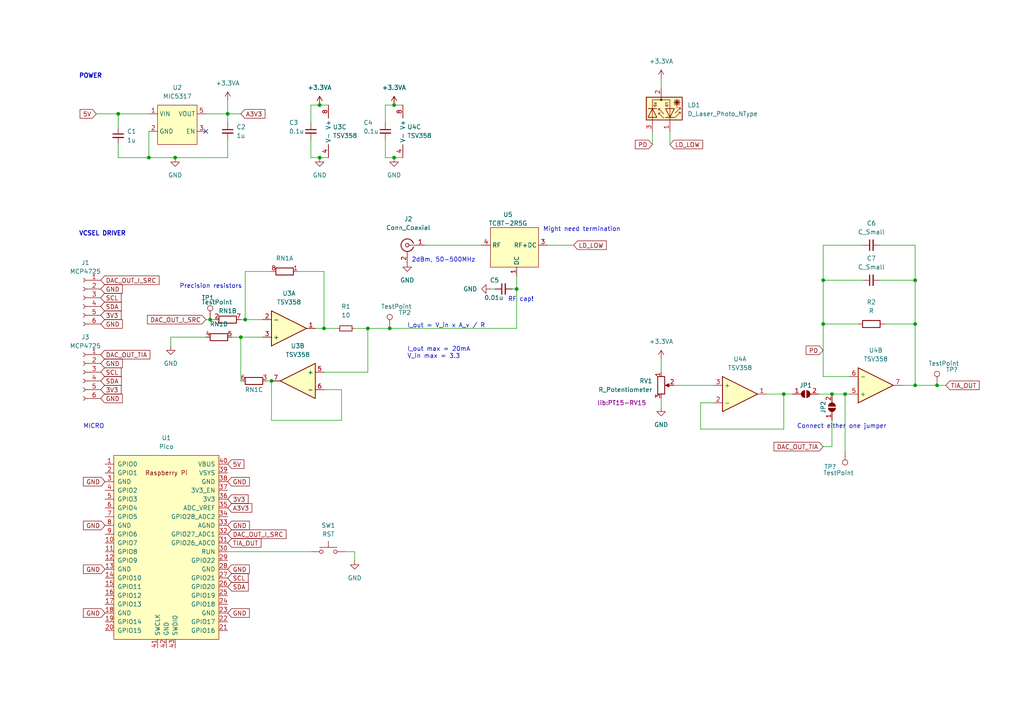
<source format=kicad_sch>
(kicad_sch (version 20211123) (generator eeschema)
  (paper "A4")
  (lib_symbols
    (symbol "Connector:Conn_01x06_Female" (pin_names (offset 1.016) hide)
      (property "Reference" "J" (at 0 7.62 0))
      (property "Value" "Conn_01x06_Female" (at 0 -10.16 0))
      (symbol "Conn_01x06_Female_1_1"
        (arc (start 0 -7.112) (mid -0.508 -7.62) (end 0 -8.128) (stroke (width 0.1524)))
        (arc (start 0 -4.572) (mid -0.508 -5.08) (end 0 -5.588) (stroke (width 0.1524)))
        (arc (start 0 -2.032) (mid -0.508 -2.54) (end 0 -3.048) (stroke (width 0.1524)))
        (polyline (pts (xy -1.27 -7.62) (xy -0.508 -7.62)) (stroke (width 0.1524)))
        (polyline (pts (xy -1.27 -5.08) (xy -0.508 -5.08)) (stroke (width 0.1524)))
        (polyline (pts (xy -1.27 -2.54) (xy -0.508 -2.54)) (stroke (width 0.1524)))
        (polyline (pts (xy -1.27 0) (xy -0.508 0)) (stroke (width 0.1524)))
        (polyline (pts (xy -1.27 2.54) (xy -0.508 2.54)) (stroke (width 0.1524)))
        (polyline (pts (xy -1.27 5.08) (xy -0.508 5.08)) (stroke (width 0.1524)))
        (arc (start 0 0.508) (mid -0.508 0) (end 0 -0.508) (stroke (width 0.1524)))
        (arc (start 0 3.048) (mid -0.508 2.54) (end 0 2.032) (stroke (width 0.1524)))
        (arc (start 0 5.588) (mid -0.508 5.08) (end 0 4.572) (stroke (width 0.1524)))
        (pin passive line (at -5.08 5.08 0) (length 3.81) (name "Pin_1") (number "1"))
        (pin passive line (at -5.08 2.54 0) (length 3.81) (name "Pin_2") (number "2"))
        (pin passive line (at -5.08 0 0) (length 3.81) (name "Pin_3") (number "3"))
        (pin passive line (at -5.08 -2.54 0) (length 3.81) (name "Pin_4") (number "4"))
        (pin passive line (at -5.08 -5.08 0) (length 3.81) (name "Pin_5") (number "5"))
        (pin passive line (at -5.08 -7.62 0) (length 3.81) (name "Pin_6") (number "6"))
      )
    )
    (symbol "Connector:Conn_Coaxial" (pin_names (offset 1.016) hide)
      (property "Reference" "J" (at 0.254 3.048 0))
      (property "Value" "Conn_Coaxial" (at 2.921 0 90))
      (symbol "Conn_Coaxial_0_1"
        (arc (start -1.778 -0.508) (mid 0.222 -1.808) (end 1.778 0) (stroke (width 0.254)))
        (polyline (pts (xy -2.54 0) (xy -0.508 0)))
        (polyline (pts (xy 0 -2.54) (xy 0 -1.778)))
        (circle (center 0 0) (radius 0.508) (stroke (width 0.2032)))
        (arc (start 1.778 0) (mid 0.222 1.8083) (end -1.778 0.508) (stroke (width 0.254)))
      )
      (symbol "Conn_Coaxial_1_1"
        (pin passive line (at -5.08 0 0) (length 2.54) (name "In") (number "1"))
        (pin passive line (at 0 -5.08 90) (length 2.54) (name "Ext") (number "2"))
      )
    )
    (symbol "Connector:TestPoint" (pin_numbers hide) (pin_names (offset 0.762) hide)
      (property "Reference" "TP" (at 0 6.858 0))
      (property "Value" "TestPoint" (at 0 5.08 0))
      (symbol "TestPoint_0_1"
        (circle (center 0 3.302) (radius 0.762))
      )
      (symbol "TestPoint_1_1"
        (pin passive line (at 0 0 90) (length 2.54) (name "1") (number "1"))
      )
    )
    (symbol "Device:C_Small" (pin_numbers hide) (pin_names (offset 0.254) hide)
      (property "Reference" "C" (at 0.254 1.778 0))
      (property "Value" "C_Small" (at 0.254 -2.032 0))
      (symbol "C_Small_0_1"
        (polyline (pts (xy -1.524 -0.508) (xy 1.524 -0.508)) (stroke (width 0.3302)))
        (polyline (pts (xy -1.524 0.508) (xy 1.524 0.508)) (stroke (width 0.3048)))
      )
      (symbol "C_Small_1_1"
        (pin passive line (at 0 2.54 270) (length 2.032) (name "~") (number "1"))
        (pin passive line (at 0 -2.54 90) (length 2.032) (name "~") (number "2"))
      )
    )
    (symbol "Device:D_Laser_Photo_NType" (pin_names hide)
      (property "Reference" "LD" (at 1.016 7.112 0))
      (property "Value" "D_Laser_Photo_NType" (at 1.016 -5.588 0))
      (symbol "D_Laser_Photo_NType_0_1"
        (circle (center -1.524 0) (radius 0.254) (fill (type outline)))
        (arc (start -0.508 -1.778) (mid -0.3298 -1.5875) (end -0.508 -1.397))
        (arc (start 0 -2.159) (mid 0.381 -1.778) (end 0 -1.397))
        (polyline (pts (xy -2.54 0) (xy -1.524 0)))
        (polyline (pts (xy -1.524 3.81) (xy 0 5.334)))
        (polyline (pts (xy -1.524 4.318) (xy 0 4.826)))
        (polyline (pts (xy -1.524 4.826) (xy 0 4.318)))
        (polyline (pts (xy -1.524 5.334) (xy 0 3.81)))
        (polyline (pts (xy -1.016 5.334) (xy -0.508 3.81)))
        (polyline (pts (xy -0.762 4.572) (xy -0.762 3.556)))
        (polyline (pts (xy -0.762 4.572) (xy -0.762 5.588)))
        (polyline (pts (xy -0.635 -1.397) (xy -0.635 -2.159)))
        (polyline (pts (xy -0.508 5.334) (xy -1.016 3.81)))
        (polyline (pts (xy 0 -1.397) (xy 0 -2.159)))
        (polyline (pts (xy 0 2.032) (xy 0 1.27)))
        (polyline (pts (xy 0.762 4.572) (xy -1.778 4.572)))
        (polyline (pts (xy 0.762 5.588) (xy 1.27 5.588)))
        (polyline (pts (xy 1.016 -1.27) (xy 1.016 -3.81)) (stroke (width 0.2032)))
        (polyline (pts (xy 1.016 -0.762) (xy 1.524 -0.762)))
        (polyline (pts (xy 3.556 3.81) (xy 3.556 1.27)) (stroke (width 0.2032)))
        (polyline (pts (xy -0.635 2.032) (xy -0.635 1.27) (xy -0.254 1.27)))
        (polyline (pts (xy 2.286 4.064) (xy 0.762 5.588) (xy 0.762 5.08)))
        (polyline (pts (xy 2.54 0.762) (xy 1.016 -0.762) (xy 1.016 -0.254)))
        (polyline (pts (xy 3.556 -1.27) (xy 3.556 -3.81) (xy 1.016 -2.54) (xy 3.556 -1.27)) (stroke (width 0.2032)))
        (polyline (pts (xy 5.08 2.54) (xy -1.524 2.54) (xy -1.524 -2.54) (xy 5.08 -2.54)))
        (polyline (pts (xy 3.556 4.064) (xy 2.032 5.588) (xy 2.032 5.08) (xy 2.032 5.588) (xy 2.54 5.588)))
        (polyline (pts (xy 3.81 0.762) (xy 2.286 -0.762) (xy 2.286 -0.254) (xy 2.286 -0.762) (xy 2.794 -0.762)))
        (arc (start 0 1.27) (mid 0.381 1.651) (end 0 2.032))
        (rectangle (start 4.318 6.096) (end -2.286 -4.318) (stroke (width 0.254)) (fill (type background)))
      )
      (symbol "D_Laser_Photo_NType_1_1"
        (polyline (pts (xy 1.016 3.81) (xy 1.016 1.27) (xy 3.556 2.54) (xy 1.016 3.81)) (stroke (width 0.2032)))
        (pin passive line (at 7.62 2.54 180) (length 2.54) (name "~") (number "1"))
        (pin passive line (at -5.08 0 0) (length 2.54) (name "~") (number "2"))
        (pin passive line (at 7.62 -2.54 180) (length 2.54) (name "~") (number "3"))
      )
    )
    (symbol "Device:R" (pin_numbers hide) (pin_names (offset 0))
      (property "Reference" "R" (at 2.032 0 90))
      (property "Value" "R" (at 0 0 90))
      (symbol "R_0_1"
        (rectangle (start -1.016 -2.54) (end 1.016 2.54) (stroke (width 0.254)))
      )
      (symbol "R_1_1"
        (pin passive line (at 0 3.81 270) (length 1.27) (name "~") (number "1"))
        (pin passive line (at 0 -3.81 90) (length 1.27) (name "~") (number "2"))
      )
    )
    (symbol "Device:R_Potentiometer" (pin_names (offset 1.016) hide)
      (property "Reference" "RV" (at -4.445 0 90))
      (property "Value" "R_Potentiometer" (at -2.54 0 90))
      (symbol "R_Potentiometer_0_1"
        (polyline (pts (xy 2.54 0) (xy 1.524 0)))
        (polyline (pts (xy 1.143 0) (xy 2.286 0.508) (xy 2.286 -0.508) (xy 1.143 0)) (fill (type outline)))
        (rectangle (start 1.016 2.54) (end -1.016 -2.54) (stroke (width 0.254)))
      )
      (symbol "R_Potentiometer_1_1"
        (pin passive line (at 0 3.81 270) (length 1.27) (name "1") (number "1"))
        (pin passive line (at 3.81 0 180) (length 1.27) (name "2") (number "2"))
        (pin passive line (at 0 -3.81 90) (length 1.27) (name "3") (number "3"))
      )
    )
    (symbol "Device:R_Small" (pin_numbers hide) (pin_names (offset 0.254) hide)
      (property "Reference" "R" (at 0.762 0.508 0))
      (property "Value" "R_Small" (at 0.762 -1.016 0))
      (symbol "R_Small_0_1"
        (rectangle (start -0.762 1.778) (end 0.762 -1.778) (stroke (width 0.2032)))
      )
      (symbol "R_Small_1_1"
        (pin passive line (at 0 2.54 270) (length 0.762) (name "~") (number "1"))
        (pin passive line (at 0 -2.54 90) (length 0.762) (name "~") (number "2"))
      )
    )
    (symbol "Jumper:SolderJumper_2_Open" (pin_names (offset 0) hide)
      (property "Reference" "JP" (at 0 2.032 0))
      (property "Value" "SolderJumper_2_Open" (at 0 -2.54 0))
      (symbol "SolderJumper_2_Open_0_1"
        (arc (start -0.254 1.016) (mid -1.27 0) (end -0.254 -1.016))
        (arc (start -0.254 1.016) (mid -1.27 0) (end -0.254 -1.016) (fill (type outline)))
        (polyline (pts (xy -0.254 1.016) (xy -0.254 -1.016)))
        (polyline (pts (xy 0.254 1.016) (xy 0.254 -1.016)))
        (arc (start 0.254 -1.016) (mid 1.27 0) (end 0.254 1.016))
        (arc (start 0.254 -1.016) (mid 1.27 0) (end 0.254 1.016) (fill (type outline)))
      )
      (symbol "SolderJumper_2_Open_1_1"
        (pin passive line (at -3.81 0 0) (length 2.54) (name "A") (number "1"))
        (pin passive line (at 3.81 0 180) (length 2.54) (name "B") (number "2"))
      )
    )
    (symbol "Switch:SW_Push" (pin_numbers hide) (pin_names (offset 1.016) hide)
      (property "Reference" "SW" (at 1.27 2.54 0))
      (property "Value" "SW_Push" (at 0 -1.524 0))
      (symbol "SW_Push_0_1"
        (circle (center -2.032 0) (radius 0.508))
        (polyline (pts (xy 0 1.27) (xy 0 3.048)))
        (polyline (pts (xy 2.54 1.27) (xy -2.54 1.27)))
        (circle (center 2.032 0) (radius 0.508))
        (pin passive line (at -5.08 0 0) (length 2.54) (name "1") (number "1"))
        (pin passive line (at 5.08 0 180) (length 2.54) (name "2") (number "2"))
      )
    )
    (symbol "fd-fnir:MIC5317"
      (property "Reference" "U" (at -3.81 8.89 0))
      (property "Value" "MIC5317" (at 0 6.35 0))
      (symbol "MIC5317_0_1"
        (rectangle (start 6.35 -8.89) (end -5.08 2.54) (fill (type background)))
      )
      (symbol "MIC5317_1_1"
        (pin passive line (at -7.62 0 0) (length 2.54) (name "VIN") (number "1"))
        (pin passive line (at -7.62 -5.08 0) (length 2.54) (name "GND") (number "2"))
        (pin passive line (at 8.89 -5.08 180) (length 2.54) (name "EN") (number "3"))
        (pin no_connect line (at -2.54 -12.7 180) (length 2.54) hide (name "NC") (number "4"))
        (pin passive line (at 8.89 0 180) (length 2.54) (name "VOUT") (number "5"))
      )
    )
    (symbol "fd-fnir:Pico" (pin_names (offset 1.016))
      (property "Reference" "U" (at -13.97 27.94 0))
      (property "Value" "Pico" (at 0 19.05 0))
      (symbol "Pico_0_0"
        (text "Raspberry Pi" (at 0 21.59 0) (effects (font (size 1.27 1.27))))
      )
      (symbol "Pico_0_1"
        (rectangle (start -15.24 26.67) (end 15.24 -26.67) (fill (type background)))
      )
      (symbol "Pico_1_1"
        (pin bidirectional line (at -17.78 24.13 0) (length 2.54) (name "GPIO0") (number "1"))
        (pin bidirectional line (at -17.78 1.27 0) (length 2.54) (name "GPIO7") (number "10"))
        (pin bidirectional line (at -17.78 -1.27 0) (length 2.54) (name "GPIO8") (number "11"))
        (pin bidirectional line (at -17.78 -3.81 0) (length 2.54) (name "GPIO9") (number "12"))
        (pin power_in line (at -17.78 -6.35 0) (length 2.54) (name "GND") (number "13"))
        (pin bidirectional line (at -17.78 -8.89 0) (length 2.54) (name "GPIO10") (number "14"))
        (pin bidirectional line (at -17.78 -11.43 0) (length 2.54) (name "GPIO11") (number "15"))
        (pin bidirectional line (at -17.78 -13.97 0) (length 2.54) (name "GPIO12") (number "16"))
        (pin bidirectional line (at -17.78 -16.51 0) (length 2.54) (name "GPIO13") (number "17"))
        (pin power_in line (at -17.78 -19.05 0) (length 2.54) (name "GND") (number "18"))
        (pin bidirectional line (at -17.78 -21.59 0) (length 2.54) (name "GPIO14") (number "19"))
        (pin bidirectional line (at -17.78 21.59 0) (length 2.54) (name "GPIO1") (number "2"))
        (pin bidirectional line (at -17.78 -24.13 0) (length 2.54) (name "GPIO15") (number "20"))
        (pin bidirectional line (at 17.78 -24.13 180) (length 2.54) (name "GPIO16") (number "21"))
        (pin bidirectional line (at 17.78 -21.59 180) (length 2.54) (name "GPIO17") (number "22"))
        (pin power_in line (at 17.78 -19.05 180) (length 2.54) (name "GND") (number "23"))
        (pin bidirectional line (at 17.78 -16.51 180) (length 2.54) (name "GPIO18") (number "24"))
        (pin bidirectional line (at 17.78 -13.97 180) (length 2.54) (name "GPIO19") (number "25"))
        (pin bidirectional line (at 17.78 -11.43 180) (length 2.54) (name "GPIO20") (number "26"))
        (pin bidirectional line (at 17.78 -8.89 180) (length 2.54) (name "GPIO21") (number "27"))
        (pin power_in line (at 17.78 -6.35 180) (length 2.54) (name "GND") (number "28"))
        (pin bidirectional line (at 17.78 -3.81 180) (length 2.54) (name "GPIO22") (number "29"))
        (pin power_in line (at -17.78 19.05 0) (length 2.54) (name "GND") (number "3"))
        (pin input line (at 17.78 -1.27 180) (length 2.54) (name "RUN") (number "30"))
        (pin bidirectional line (at 17.78 1.27 180) (length 2.54) (name "GPIO26_ADC0") (number "31"))
        (pin bidirectional line (at 17.78 3.81 180) (length 2.54) (name "GPIO27_ADC1") (number "32"))
        (pin power_in line (at 17.78 6.35 180) (length 2.54) (name "AGND") (number "33"))
        (pin bidirectional line (at 17.78 8.89 180) (length 2.54) (name "GPIO28_ADC2") (number "34"))
        (pin unspecified line (at 17.78 11.43 180) (length 2.54) (name "ADC_VREF") (number "35"))
        (pin unspecified line (at 17.78 13.97 180) (length 2.54) (name "3V3") (number "36"))
        (pin input line (at 17.78 16.51 180) (length 2.54) (name "3V3_EN") (number "37"))
        (pin bidirectional line (at 17.78 19.05 180) (length 2.54) (name "GND") (number "38"))
        (pin unspecified line (at 17.78 21.59 180) (length 2.54) (name "VSYS") (number "39"))
        (pin bidirectional line (at -17.78 16.51 0) (length 2.54) (name "GPIO2") (number "4"))
        (pin unspecified line (at 17.78 24.13 180) (length 2.54) (name "VBUS") (number "40"))
        (pin input line (at -2.54 -29.21 90) (length 2.54) (name "SWCLK") (number "41"))
        (pin power_in line (at 0 -29.21 90) (length 2.54) (name "GND") (number "42"))
        (pin bidirectional line (at 2.54 -29.21 90) (length 2.54) (name "SWDIO") (number "43"))
        (pin bidirectional line (at -17.78 13.97 0) (length 2.54) (name "GPIO3") (number "5"))
        (pin bidirectional line (at -17.78 11.43 0) (length 2.54) (name "GPIO4") (number "6"))
        (pin bidirectional line (at -17.78 8.89 0) (length 2.54) (name "GPIO5") (number "7"))
        (pin power_in line (at -17.78 6.35 0) (length 2.54) (name "GND") (number "8"))
        (pin bidirectional line (at -17.78 3.81 0) (length 2.54) (name "GPIO6") (number "9"))
      )
    )
    (symbol "fd-fnir:R_Pack04_SIP_Split" (pin_names (offset 0) hide)
      (property "Reference" "RN" (at 2.032 0 90))
      (property "Value" "R_Pack04_SIP_Split" (at 0 0 90))
      (symbol "R_Pack04_SIP_Split_0_1"
        (rectangle (start 1.016 2.54) (end -1.016 -2.54) (stroke (width 0.254)))
      )
      (symbol "R_Pack04_SIP_Split_1_1"
        (pin passive line (at 0 -3.81 90) (length 1.27) (name "R1.1") (number "1"))
        (pin passive line (at 0 3.81 270) (length 1.27) (name "R1.2") (number "8"))
      )
      (symbol "R_Pack04_SIP_Split_2_1"
        (pin passive line (at 0 -3.81 90) (length 1.27) (name "R2.1") (number "2"))
        (pin passive line (at 0 3.81 270) (length 1.27) (name "R2.2") (number "7"))
      )
      (symbol "R_Pack04_SIP_Split_3_1"
        (pin passive line (at 0 -3.81 90) (length 1.27) (name "R3.1") (number "3"))
        (pin passive line (at 0 3.81 270) (length 1.27) (name "R3.2") (number "6"))
      )
      (symbol "R_Pack04_SIP_Split_4_1"
        (pin passive line (at 0 -3.81 90) (length 1.27) (name "R4.1") (number "4"))
        (pin passive line (at 0 3.81 270) (length 1.27) (name "R4.2") (number "5"))
      )
    )
    (symbol "fd-fnir:TCBT-2R5G"
      (property "Reference" "U" (at -7.62 7.62 0))
      (property "Value" "TCBT-2R5G" (at -2.54 10.16 0))
      (symbol "TCBT-2R5G_0_1"
        (rectangle (start -7.62 6.35) (end 6.35 -5.08) (fill (type background)))
      )
      (symbol "TCBT-2R5G_1_1"
        (pin input line (at 0 -7.62 90) (length 2.54) (name "DC") (number "1"))
        (pin no_connect line (at 0 11.43 0) (length 2.54) hide (name "NC") (number "2"))
        (pin output line (at 8.89 1.27 180) (length 2.54) (name "RF+DC") (number "3"))
        (pin input line (at -10.16 1.27 0) (length 2.54) (name "RF") (number "4"))
      )
    )
    (symbol "fd-fnir:TSV358"
      (property "Reference" "U" (at 0 5.08 0))
      (property "Value" "TSV358" (at 0 -5.08 0))
      (symbol "TSV358_1_1"
        (polyline (pts (xy -5.08 5.08) (xy 5.08 0) (xy -5.08 -5.08) (xy -5.08 5.08)) (stroke (width 0.254)) (fill (type background)))
        (pin output line (at 7.62 0 180) (length 2.54) (name "~") (number "1"))
        (pin input line (at -7.62 -2.54 0) (length 2.54) (name "-") (number "2"))
        (pin input line (at -7.62 2.54 0) (length 2.54) (name "+") (number "3"))
      )
      (symbol "TSV358_2_1"
        (polyline (pts (xy -5.08 5.08) (xy 5.08 0) (xy -5.08 -5.08) (xy -5.08 5.08)) (stroke (width 0.254)) (fill (type background)))
        (pin input line (at -7.62 2.54 0) (length 2.54) (name "+") (number "5"))
        (pin input line (at -7.62 -2.54 0) (length 2.54) (name "-") (number "6"))
        (pin output line (at 7.62 0 180) (length 2.54) (name "~") (number "7"))
      )
      (symbol "TSV358_3_1"
        (pin power_in line (at -2.54 -7.62 90) (length 3.81) (name "V-") (number "4"))
        (pin power_in line (at -2.54 7.62 270) (length 3.81) (name "V+") (number "8"))
      )
    )
    (symbol "power:+3.3VA" (power) (pin_names (offset 0))
      (property "Value" "+3.3VA" (at 0 3.556 0))
      (symbol "+3.3VA_0_1"
        (polyline (pts (xy -0.762 1.27) (xy 0 2.54)))
        (polyline (pts (xy 0 0) (xy 0 2.54)))
        (polyline (pts (xy 0 2.54) (xy 0.762 1.27)))
      )
      (symbol "+3.3VA_1_1"
        (pin power_in line (at 0 0 90) (length 0) hide (name "+3.3VA") (number "1"))
      )
    )
    (symbol "power:GND" (power) (pin_names (offset 0))
      (property "Value" "GND" (at 0 -3.81 0))
      (symbol "GND_0_1"
        (polyline (pts (xy 0 0) (xy 0 -1.27) (xy 1.27 -1.27) (xy 0 -2.54) (xy -1.27 -1.27) (xy 0 -1.27)))
      )
      (symbol "GND_1_1"
        (pin power_in line (at 0 0 270) (length 0) hide (name "GND") (number "1"))
      )
    )
  )
  (junction (at 106.68 95.25))
  (junction (at 92.71 30.48))
  (junction (at 34.29 33.02))
  (junction (at 265.43 111.76))
  (junction (at 265.43 93.98))
  (junction (at 114.3 45.72))
  (junction (at 238.76 81.28))
  (junction (at 78.74 110.49))
  (junction (at 93.98 95.25))
  (junction (at 50.8 45.72))
  (junction (at 149.86 83.82))
  (junction (at 113.03 95.25))
  (junction (at 271.78 111.76))
  (junction (at 245.11 114.3))
  (junction (at 241.3 114.3))
  (junction (at 265.43 81.28))
  (junction (at 92.71 45.72))
  (junction (at 66.04 33.02))
  (junction (at 238.76 93.98))
  (junction (at 114.3 30.48))
  (junction (at 60.96 92.71))
  (junction (at 71.12 92.71))
  (junction (at 227.33 114.3))
  (junction (at 43.18 45.72))
  (junction (at 69.85 97.79))
  (no_connect (at 59.69 38.1))
  (wire (pts (xy 66.04 33.02) (xy 69.85 33.02)))
  (wire (pts (xy 123.19 71.12) (xy 139.7 71.12)))
  (wire (pts (xy 194.31 38.1) (xy 194.31 41.91)))
  (wire (pts (xy 67.31 97.79) (xy 69.85 97.79)))
  (wire (pts (xy 238.76 93.98) (xy 248.92 93.98)))
  (wire (pts (xy 191.77 104.14) (xy 191.77 107.95)))
  (wire (pts (xy 106.68 107.95) (xy 106.68 95.25)))
  (wire (pts (xy 271.78 111.76) (xy 274.32 111.76)))
  (wire (pts (xy 227.33 114.3) (xy 222.25 114.3)))
  (wire (pts (xy 111.76 40.64) (xy 111.76 45.72)))
  (wire (pts (xy 238.76 81.28) (xy 250.19 81.28)))
  (wire (pts (xy 62.23 92.71) (xy 60.96 92.71)))
  (wire (pts (xy 116.84 45.72) (xy 114.3 45.72)))
  (wire (pts (xy 246.38 114.3) (xy 245.11 114.3)))
  (wire (pts (xy 60.96 92.71) (xy 59.69 92.71)))
  (wire (pts (xy 241.3 129.54) (xy 241.3 121.92)))
  (wire (pts (xy 265.43 71.12) (xy 265.43 81.28)))
  (wire (pts (xy 238.76 93.98) (xy 238.76 81.28)))
  (wire (pts (xy 50.8 45.72) (xy 66.04 45.72)))
  (wire (pts (xy 90.17 30.48) (xy 92.71 30.48)))
  (wire (pts (xy 91.44 95.25) (xy 93.98 95.25)))
  (wire (pts (xy 189.23 38.1) (xy 189.23 41.91)))
  (wire (pts (xy 93.98 95.25) (xy 97.79 95.25)))
  (wire (pts (xy 93.98 78.74) (xy 93.98 95.25)))
  (wire (pts (xy 111.76 35.56) (xy 111.76 30.48)))
  (wire (pts (xy 90.17 45.72) (xy 92.71 45.72)))
  (wire (pts (xy 229.87 114.3) (xy 227.33 114.3)))
  (wire (pts (xy 78.74 121.92) (xy 78.74 110.49)))
  (wire (pts (xy 238.76 71.12) (xy 238.76 81.28)))
  (wire (pts (xy 238.76 129.54) (xy 241.3 129.54)))
  (wire (pts (xy 59.69 33.02) (xy 66.04 33.02)))
  (wire (pts (xy 90.17 40.64) (xy 90.17 45.72)))
  (wire (pts (xy 27.94 33.02) (xy 34.29 33.02)))
  (wire (pts (xy 255.27 71.12) (xy 265.43 71.12)))
  (wire (pts (xy 245.11 114.3) (xy 241.3 114.3)))
  (wire (pts (xy 149.86 83.82) (xy 149.86 80.01)))
  (wire (pts (xy 102.87 160.02) (xy 102.87 162.56)))
  (wire (pts (xy 227.33 124.46) (xy 227.33 114.3)))
  (wire (pts (xy 69.85 97.79) (xy 76.2 97.79)))
  (wire (pts (xy 49.53 97.79) (xy 59.69 97.79)))
  (wire (pts (xy 203.2 124.46) (xy 227.33 124.46)))
  (wire (pts (xy 265.43 111.76) (xy 261.62 111.76)))
  (wire (pts (xy 265.43 93.98) (xy 265.43 111.76)))
  (wire (pts (xy 256.54 93.98) (xy 265.43 93.98)))
  (wire (pts (xy 149.86 95.25) (xy 149.86 83.82)))
  (wire (pts (xy 158.75 71.12) (xy 166.37 71.12)))
  (wire (pts (xy 95.25 30.48) (xy 92.71 30.48)))
  (wire (pts (xy 241.3 114.3) (xy 237.49 114.3)))
  (wire (pts (xy 95.25 45.72) (xy 92.71 45.72)))
  (wire (pts (xy 246.38 109.22) (xy 238.76 109.22)))
  (wire (pts (xy 34.29 36.83) (xy 34.29 33.02)))
  (wire (pts (xy 102.87 95.25) (xy 106.68 95.25)))
  (wire (pts (xy 43.18 38.1) (xy 43.18 45.72)))
  (wire (pts (xy 113.03 95.25) (xy 149.86 95.25)))
  (wire (pts (xy 265.43 111.76) (xy 271.78 111.76)))
  (wire (pts (xy 238.76 71.12) (xy 250.19 71.12)))
  (wire (pts (xy 111.76 45.72) (xy 114.3 45.72)))
  (wire (pts (xy 69.85 97.79) (xy 69.85 110.49)))
  (wire (pts (xy 255.27 81.28) (xy 265.43 81.28)))
  (wire (pts (xy 66.04 45.72) (xy 66.04 40.64)))
  (wire (pts (xy 34.29 33.02) (xy 43.18 33.02)))
  (wire (pts (xy 71.12 92.71) (xy 76.2 92.71)))
  (wire (pts (xy 66.04 29.21) (xy 66.04 33.02)))
  (wire (pts (xy 245.11 114.3) (xy 245.11 130.81)))
  (wire (pts (xy 43.18 45.72) (xy 50.8 45.72)))
  (wire (pts (xy 191.77 115.57) (xy 191.77 118.11)))
  (wire (pts (xy 106.68 95.25) (xy 113.03 95.25)))
  (wire (pts (xy 93.98 113.03) (xy 99.06 113.03)))
  (wire (pts (xy 111.76 30.48) (xy 114.3 30.48)))
  (wire (pts (xy 77.47 110.49) (xy 78.74 110.49)))
  (wire (pts (xy 66.04 33.02) (xy 66.04 35.56)))
  (wire (pts (xy 49.53 97.79) (xy 49.53 100.33)))
  (wire (pts (xy 148.59 83.82) (xy 149.86 83.82)))
  (wire (pts (xy 71.12 78.74) (xy 78.74 78.74)))
  (wire (pts (xy 86.36 78.74) (xy 93.98 78.74)))
  (wire (pts (xy 34.29 41.91) (xy 34.29 45.72)))
  (wire (pts (xy 99.06 121.92) (xy 99.06 113.03)))
  (wire (pts (xy 207.01 116.84) (xy 203.2 116.84)))
  (wire (pts (xy 78.74 121.92) (xy 99.06 121.92)))
  (wire (pts (xy 69.85 92.71) (xy 71.12 92.71)))
  (wire (pts (xy 93.98 107.95) (xy 106.68 107.95)))
  (wire (pts (xy 116.84 30.48) (xy 114.3 30.48)))
  (wire (pts (xy 66.04 160.02) (xy 90.17 160.02)))
  (wire (pts (xy 34.29 45.72) (xy 43.18 45.72)))
  (wire (pts (xy 100.33 160.02) (xy 102.87 160.02)))
  (wire (pts (xy 238.76 109.22) (xy 238.76 93.98)))
  (wire (pts (xy 191.77 22.86) (xy 191.77 25.4)))
  (wire (pts (xy 90.17 35.56) (xy 90.17 30.48)))
  (wire (pts (xy 71.12 78.74) (xy 71.12 92.71)))
  (wire (pts (xy 203.2 116.84) (xy 203.2 124.46)))
  (wire (pts (xy 142.24 83.82) (xy 143.51 83.82)))
  (wire (pts (xy 265.43 81.28) (xy 265.43 93.98)))
  (wire (pts (xy 195.58 111.76) (xy 207.01 111.76)))
  (text "2dBm, 50-500MHz" (at 119.38 76.2 0) (effects (font (size 1.27 1.27)) (justify left bottom)))
  (text "I_out = V_in x A_v / R" (at 118.11 95.25 0) (effects (font (size 1.27 1.27)) (justify left bottom)))
  (text "MICRO" (at 24.13 124.46 0) (effects (font (size 1.27 1.27)) (justify left bottom)))
  (text "Might need termination" (at 157.48 67.31 0) (effects (font (size 1.27 1.27)) (justify left bottom)))
  (text "VCSEL DRIVER" (at 22.86 68.58 0) (effects (font (size 1.27 1.27) bold) (justify left bottom)))
  (text "RF cap!" (at 147.32 87.63 0) (effects (font (size 1.27 1.27)) (justify left bottom)))
  (text "POWER" (at 22.86 22.86 0) (effects (font (size 1.27 1.27) (thickness 0.254) bold) (justify left bottom)))
  (text "I_out max = 20mA\nV_in max = 3.3" (at 118.11 104.14 0) (effects (font (size 1.27 1.27)) (justify left bottom)))
  (text "Precision resistors" (at 52.07 83.82 0) (effects (font (size 1.27 1.27)) (justify left bottom)))
  (text "Connect either one jumper" (at 231.14 124.46 0) (effects (font (size 1.27 1.27)) (justify left bottom)))
  (global_label "DAC_OUT_TIA" (shape input) (at 29.21 102.87 0) (property "Intersheet References" "${INTERSHEET_REFS}" (effects hide)))
  (global_label "SDA" (shape input) (at 29.21 110.49 0) (property "Intersheet References" "${INTERSHEET_REFS}" (effects hide)))
  (global_label "LD_LOW" (shape input) (at 194.31 41.91 0) (property "Intersheet References" "${INTERSHEET_REFS}" (effects hide)))
  (global_label "PD" (shape input) (at 238.76 101.6 180) (property "Intersheet References" "${INTERSHEET_REFS}" (effects hide)))
  (global_label "A3V3" (shape input) (at 66.04 147.32 0) (property "Intersheet References" "${INTERSHEET_REFS}" (effects hide)))
  (global_label "3V3" (shape input) (at 66.04 144.78 0) (property "Intersheet References" "${INTERSHEET_REFS}" (effects hide)))
  (global_label "GND" (shape input) (at 29.21 115.57 0) (property "Intersheet References" "${INTERSHEET_REFS}" (effects hide)))
  (global_label "SDA" (shape input) (at 66.04 170.18 0) (property "Intersheet References" "${INTERSHEET_REFS}" (effects hide)))
  (global_label "GND" (shape input) (at 29.21 83.82 0) (property "Intersheet References" "${INTERSHEET_REFS}" (effects hide)))
  (global_label "GND" (shape input) (at 30.48 165.1 180) (property "Intersheet References" "${INTERSHEET_REFS}" (effects hide)))
  (global_label "3V3" (shape input) (at 29.21 113.03 0) (property "Intersheet References" "${INTERSHEET_REFS}" (effects hide)))
  (global_label "GND" (shape input) (at 66.04 139.7 0) (property "Intersheet References" "${INTERSHEET_REFS}" (effects hide)))
  (global_label "GND" (shape input) (at 30.48 177.8 180) (property "Intersheet References" "${INTERSHEET_REFS}" (effects hide)))
  (global_label "SCL" (shape input) (at 29.21 86.36 0) (property "Intersheet References" "${INTERSHEET_REFS}" (effects hide)))
  (global_label "DAC_OUT_TIA" (shape input) (at 238.76 129.54 180) (property "Intersheet References" "${INTERSHEET_REFS}" (effects hide)))
  (global_label "GND" (shape input) (at 30.48 152.4 180) (property "Intersheet References" "${INTERSHEET_REFS}" (effects hide)))
  (global_label "TIA_OUT" (shape input) (at 66.04 157.48 0) (property "Intersheet References" "${INTERSHEET_REFS}" (effects hide)))
  (global_label "SCL" (shape input) (at 66.04 167.64 0) (property "Intersheet References" "${INTERSHEET_REFS}" (effects hide)))
  (global_label "DAC_OUT_I_SRC" (shape input) (at 29.21 81.28 0) (property "Intersheet References" "${INTERSHEET_REFS}" (effects hide)))
  (global_label "3V3" (shape input) (at 29.21 91.44 0) (property "Intersheet References" "${INTERSHEET_REFS}" (effects hide)))
  (global_label "GND" (shape input) (at 66.04 152.4 0) (property "Intersheet References" "${INTERSHEET_REFS}" (effects hide)))
  (global_label "GND" (shape input) (at 29.21 105.41 0) (property "Intersheet References" "${INTERSHEET_REFS}" (effects hide)))
  (global_label "A3V3" (shape input) (at 69.85 33.02 0) (property "Intersheet References" "${INTERSHEET_REFS}" (effects hide)))
  (global_label "GND" (shape input) (at 30.48 139.7 180) (property "Intersheet References" "${INTERSHEET_REFS}" (effects hide)))
  (global_label "SDA" (shape input) (at 29.21 88.9 0) (property "Intersheet References" "${INTERSHEET_REFS}" (effects hide)))
  (global_label "5V" (shape input) (at 66.04 134.62 0) (property "Intersheet References" "${INTERSHEET_REFS}" (effects hide)))
  (global_label "TIA_OUT" (shape input) (at 274.32 111.76 0) (property "Intersheet References" "${INTERSHEET_REFS}" (effects hide)))
  (global_label "DAC_OUT_I_SRC" (shape input) (at 59.69 92.71 180) (property "Intersheet References" "${INTERSHEET_REFS}" (effects hide)))
  (global_label "GND" (shape input) (at 66.04 177.8 0) (property "Intersheet References" "${INTERSHEET_REFS}" (effects hide)))
  (global_label "5V" (shape input) (at 27.94 33.02 180) (property "Intersheet References" "${INTERSHEET_REFS}" (effects hide)))
  (global_label "DAC_OUT_I_SRC" (shape input) (at 66.04 154.94 0) (property "Intersheet References" "${INTERSHEET_REFS}" (effects hide)))
  (global_label "PD" (shape input) (at 189.23 41.91 180) (property "Intersheet References" "${INTERSHEET_REFS}" (effects hide)))
  (global_label "GND" (shape input) (at 66.04 165.1 0) (property "Intersheet References" "${INTERSHEET_REFS}" (effects hide)))
  (global_label "LD_LOW" (shape input) (at 166.37 71.12 0) (property "Intersheet References" "${INTERSHEET_REFS}" (effects hide)))
  (global_label "GND" (shape input) (at 29.21 93.98 0) (property "Intersheet References" "${INTERSHEET_REFS}" (effects hide)))
  (global_label "SCL" (shape input) (at 29.21 107.95 0) (property "Intersheet References" "${INTERSHEET_REFS}" (effects hide)))
  (symbol (lib_id "power:GND") (at 92.71 45.72 0) (unit 1)
    (property "Reference" "#PWR07" (effects hide))
    (property "Value" "GND" (at 92.71 50.8 0))
  )
  (symbol (lib_id "power:GND") (at 118.11 76.2 0) (unit 1)
    (property "Reference" "#PWR011" (effects hide))
    (property "Value" "GND" (at 118.11 81.28 0))
  )
  (symbol (lib_id "Connector:Conn_Coaxial") (at 118.11 71.12 0) (mirror y) (unit 1)
    (property "Reference" "J2" (at 118.4274 63.5 0))
    (property "Value" "Conn_Coaxial" (at 118.4274 66.04 0))
    (property "Footprint" "lib:CONSMA020.062-G" (effects hide))
    (property "Datasheet" " ~" (effects hide))
  )
  (symbol (lib_id "Device:C_Small") (at 252.73 81.28 90) (unit 1)
    (property "Reference" "C7" (at 252.7363 74.93 90))
    (property "Value" "C_Small" (at 252.7363 77.47 90))
    (property "Footprint" "Capacitor_SMD:C_0805_2012Metric_Pad1.18x1.45mm_HandSolder" (effects hide))
  )
  (symbol (lib_id "power:GND") (at 191.77 118.11 0) (unit 1)
    (property "Reference" "#PWR015" (effects hide))
    (property "Value" "GND" (at 191.77 123.19 0))
  )
  (symbol (lib_id "power:GND") (at 142.24 83.82 270) (unit 1)
    (property "Reference" "#PWR012" (effects hide))
    (property "Value" "GND" (at 138.43 83.8199 90) (effects (justify right)))
  )
  (symbol (lib_id "Device:C_Small") (at 90.17 38.1 0) (unit 1)
    (property "Reference" "C3" (at 83.82 35.56 0) (effects (justify left)))
    (property "Value" "0.1u" (at 83.82 38.1 0) (effects (justify left)))
    (property "Footprint" "Capacitor_SMD:C_0805_2012Metric_Pad1.18x1.45mm_HandSolder" (effects hide))
  )
  (symbol (lib_id "Switch:SW_Push") (at 95.25 160.02 0) (unit 1)
    (property "Reference" "SW1" (at 95.25 152.4 0))
    (property "Value" "RST" (at 95.25 154.94 0))
    (property "Footprint" "lib:PTS636 SM43J" (effects hide))
  )
  (symbol (lib_id "Device:C_Small") (at 146.05 83.82 90) (unit 1)
    (property "Reference" "C5" (at 144.78 81.28 90) (effects (justify left)))
    (property "Value" "0.01u" (at 146.05 86.36 90) (effects (justify left)))
    (property "Footprint" "Capacitor_SMD:C_0805_2012Metric_Pad1.18x1.45mm_HandSolder" (effects hide))
  )
  (symbol (lib_id "power:+3.3VA") (at 114.3 30.48 0) (unit 1)
    (property "Reference" "#PWR08" (effects hide))
    (property "Value" "+3.3VA" (at 114.3 25.4 0))
  )
  (symbol (lib_id "power:+3.3VA") (at 114.3 30.48 0) (unit 1)
    (property "Reference" "#PWR09" (effects hide))
    (property "Value" "+3.3VA" (at 114.3 25.4 0))
  )
  (symbol (lib_id "Device:C_Small") (at 252.73 71.12 90) (unit 1)
    (property "Reference" "C6" (at 252.7363 64.77 90))
    (property "Value" "C_Small" (at 252.7363 67.31 90))
    (property "Footprint" "Capacitor_SMD:C_0805_2012Metric_Pad1.18x1.45mm_HandSolder" (effects hide))
  )
  (symbol (lib_id "Device:R_Potentiometer") (at 191.77 111.76 0) (unit 1)
    (property "Reference" "RV1" (at 189.23 110.4899 0) (effects (justify right)))
    (property "Value" "R_Potentiometer" (at 189.23 113.0299 0) (effects (justify right)))
    (property "Footprint" "lib:PT15-RV15" (at 180.34 116.84 0))
  )
  (symbol (lib_id "fd-fnir:Pico") (at 48.26 158.75 0) (unit 1)
    (property "Reference" "U1" (at 48.26 127 0))
    (property "Value" "Pico" (at 48.26 129.54 0))
    (property "Footprint" "lib:RPi_Pico_SMD_TH" (effects hide))
  )
  (symbol (lib_id "Device:C_Small") (at 34.29 39.37 0) (unit 1)
    (property "Reference" "C1" (at 36.83 38.1062 0) (effects (justify left)))
    (property "Value" "1u" (at 36.83 40.6462 0) (effects (justify left)))
    (property "Footprint" "Capacitor_SMD:C_0805_2012Metric_Pad1.18x1.45mm_HandSolder" (effects hide))
  )
  (symbol (lib_id "power:+3.3VA") (at 92.71 30.48 0) (unit 1)
    (property "Reference" "#PWR05" (effects hide))
    (property "Value" "+3.3VA" (at 92.71 25.4 0))
  )
  (symbol (lib_id "fd-fnir:TCBT-2R5G") (at 149.86 72.39 0) (unit 1)
    (property "Reference" "U5" (at 147.32 62.23 0))
    (property "Value" "TCBT-2R5G" (at 147.32 64.77 0))
    (property "Footprint" "lib:TCBT" (effects hide))
    (property "Datasheet" "https://www.minicircuits.com/pdfs/TCBT-2R5G+.pdf" (effects hide))
  )
  (symbol (lib_id "fd-fnir:R_Pack04_SIP_Split") (at 66.04 92.71 270) (unit 2)
    (property "Reference" "RN1" (at 66.04 90.17 90))
    (property "Value" "R_Pack04_SIP_Split" (effects hide))
    (property "Footprint" "Resistor_SMD:R_Array_Convex_4x1206" (effects hide))
    (property "Datasheet" "http://www.vishay.com/docs/31509/csc.pdf" (effects hide))
  )
  (symbol (lib_id "Connector:TestPoint") (at 60.96 92.71 0) (unit 1)
    (property "Reference" "TP1" (at 58.42 86.36 0) (effects (justify left)))
    (property "Value" "TestPoint" (at 58.42 87.63 0) (effects (justify left)))
    (property "Footprint" "TestPoint:TestPoint_Pad_D2.0mm" (effects hide))
  )
  (symbol (lib_id "power:GND") (at 114.3 45.72 0) (unit 1)
    (property "Reference" "#PWR010" (effects hide))
    (property "Value" "GND" (at 114.3 50.8 0))
  )
  (symbol (lib_id "power:+3.3VA") (at 191.77 104.14 0) (unit 1)
    (property "Reference" "#PWR014" (effects hide))
    (property "Value" "+3.3VA" (at 191.77 99.06 0))
  )
  (symbol (lib_id "Connector:TestPoint") (at 271.78 111.76 0) (unit 1)
    (property "Reference" "TP?" (at 274.32 107.1879 0) (effects (justify left)))
    (property "Value" "TestPoint" (at 269.24 105.41 0) (effects (justify left)))
    (property "Footprint" "TestPoint:TestPoint_Pad_D2.0mm" (effects hide))
  )
  (symbol (lib_id "fd-fnir:TSV358") (at 97.79 38.1 0) (unit 3)
    (property "Reference" "U3" (at 96.52 36.8299 0) (effects (justify left)))
    (property "Value" "TSV358" (at 96.52 39.3699 0) (effects (justify left)))
    (property "Footprint" "lib:SOIC-8-1EP_3.9x4.9mm_P1.27mm_EP2.29x3mm" (effects hide))
  )
  (symbol (lib_id "Device:C_Small") (at 111.76 38.1 0) (unit 1)
    (property "Reference" "C4" (at 105.41 35.56 0) (effects (justify left)))
    (property "Value" "0.1u" (at 105.41 38.1 0) (effects (justify left)))
    (property "Footprint" "Capacitor_SMD:C_0805_2012Metric_Pad1.18x1.45mm_HandSolder" (effects hide))
  )
  (symbol (lib_id "Device:R_Small") (at 100.33 95.25 270) (unit 1)
    (property "Reference" "R1" (at 100.33 88.9 90))
    (property "Value" "10" (at 100.33 91.44 90))
    (property "Footprint" "Resistor_SMD:R_0805_2012Metric_Pad1.20x1.40mm_HandSolder" (effects hide))
  )
  (symbol (lib_id "Device:C_Small") (at 66.04 38.1 0) (unit 1)
    (property "Reference" "C2" (at 68.58 36.8362 0) (effects (justify left)))
    (property "Value" "1u" (at 68.58 39.3762 0) (effects (justify left)))
    (property "Footprint" "Capacitor_SMD:C_0805_2012Metric_Pad1.18x1.45mm_HandSolder" (effects hide))
  )
  (symbol (lib_id "power:GND") (at 49.53 100.33 0) (unit 1)
    (property "Reference" "#PWR01" (effects hide))
    (property "Value" "GND" (at 49.53 105.41 0))
  )
  (symbol (lib_id "fd-fnir:TSV358") (at 254 111.76 0) (mirror x) (unit 2)
    (property "Reference" "U4" (at 254 101.6 0))
    (property "Value" "TSV358" (at 254 104.14 0))
    (property "Footprint" "lib:SOIC-8-1EP_3.9x4.9mm_P1.27mm_EP2.29x3mm" (effects hide))
  )
  (symbol (lib_id "Device:D_Laser_Photo_NType") (at 191.77 30.48 270) (unit 1)
    (property "Reference" "LD1" (at 199.39 30.4799 90) (effects (justify left)))
    (property "Value" "D_Laser_Photo_NType" (at 199.39 33.0199 90) (effects (justify left)))
    (property "Footprint" "Package_TO_SOT_THT:TO-46-3" (effects hide))
    (property "Datasheet" "http://www.egismos.disonhu.com/laser/diode-package.htm" (effects hide))
  )
  (symbol (lib_id "fd-fnir:TSV358") (at 83.82 95.25 0) (mirror x) (unit 1)
    (property "Reference" "U3" (at 83.82 85.09 0))
    (property "Value" "TSV358" (at 83.82 87.63 0))
    (property "Footprint" "lib:SOIC-8-1EP_3.9x4.9mm_P1.27mm_EP2.29x3mm" (effects hide))
  )
  (symbol (lib_id "power:+3.3VA") (at 191.77 22.86 0) (unit 1)
    (property "Reference" "#PWR013" (effects hide))
    (property "Value" "+3.3VA" (at 191.77 17.78 0))
  )
  (symbol (lib_id "fd-fnir:MIC5317") (at 50.8 33.02 0) (unit 1)
    (property "Reference" "U2" (at 51.435 25.4 0))
    (property "Value" "MIC5317" (at 51.435 27.94 0))
    (property "Footprint" "Package_TO_SOT_SMD:SOT-23-5_HandSoldering" (effects hide))
  )
  (symbol (lib_id "fd-fnir:TSV358") (at 86.36 110.49 0) (mirror y) (unit 2)
    (property "Reference" "U3" (at 86.36 100.33 0))
    (property "Value" "TSV358" (at 86.36 102.87 0))
    (property "Footprint" "lib:SOIC-8-1EP_3.9x4.9mm_P1.27mm_EP2.29x3mm" (effects hide))
  )
  (symbol (lib_id "Jumper:SolderJumper_2_Open") (at 241.3 118.11 90) (unit 1)
    (property "Reference" "JP2" (at 238.76 118.11 0))
    (property "Value" "SolderJumper_2_Open" (effects hide))
    (property "Footprint" "Jumper:SolderJumper-2_P1.3mm_Open_RoundedPad1.0x1.5mm" (effects hide))
  )
  (symbol (lib_id "fd-fnir:R_Pack04_SIP_Split") (at 73.66 110.49 90) (unit 3)
    (property "Reference" "RN1" (at 73.66 113.03 90))
    (property "Value" "R_Pack04_SIP_Split" (effects hide))
    (property "Footprint" "Resistor_SMD:R_Array_Convex_4x1206" (effects hide))
    (property "Datasheet" "http://www.vishay.com/docs/31509/csc.pdf" (effects hide))
  )
  (symbol (lib_id "Connector:TestPoint") (at 113.03 95.25 0) (unit 1)
    (property "Reference" "TP2" (at 115.57 90.6779 0) (effects (justify left)))
    (property "Value" "TestPoint" (at 110.49 88.9 0) (effects (justify left)))
    (property "Footprint" "TestPoint:TestPoint_Pad_D2.0mm" (effects hide))
  )
  (symbol (lib_id "fd-fnir:TSV358") (at 214.63 114.3 0) (unit 1)
    (property "Reference" "U4" (at 214.63 104.14 0))
    (property "Value" "TSV358" (at 214.63 106.68 0))
    (property "Footprint" "lib:SOIC-8-1EP_3.9x4.9mm_P1.27mm_EP2.29x3mm" (effects hide))
  )
  (symbol (lib_id "power:+3.3VA") (at 92.71 30.48 0) (unit 1)
    (property "Reference" "#PWR06" (effects hide))
    (property "Value" "+3.3VA" (at 92.71 25.4 0))
  )
  (symbol (lib_id "Jumper:SolderJumper_2_Open") (at 233.68 114.3 0) (unit 1)
    (property "Reference" "JP1" (at 233.68 111.76 0))
    (property "Value" "SolderJumper_2_Open" (effects hide))
    (property "Footprint" "Jumper:SolderJumper-2_P1.3mm_Open_RoundedPad1.0x1.5mm" (effects hide))
  )
  (symbol (lib_id "Connector:Conn_01x06_Female") (at 24.13 107.95 0) (mirror y) (unit 1)
    (property "Reference" "J3" (at 24.765 97.79 0))
    (property "Value" "MCP4725" (at 24.765 100.33 0))
    (property "Footprint" "Connector_PinSocket_2.54mm:PinSocket_1x06_P2.54mm_Vertical" (effects hide))
  )
  (symbol (lib_id "power:+3.3VA") (at 66.04 29.21 0) (unit 1)
    (property "Reference" "#PWR03" (effects hide))
    (property "Value" "+3.3VA" (at 66.04 24.13 0))
  )
  (symbol (lib_id "fd-fnir:R_Pack04_SIP_Split") (at 82.55 78.74 90) (unit 1)
    (property "Reference" "RN1" (at 82.55 74.93 90))
    (property "Value" "R_Pack04_SIP_Split" (effects hide))
    (property "Footprint" "Resistor_SMD:R_Array_Convex_4x1206" (effects hide))
    (property "Datasheet" "http://www.vishay.com/docs/31509/csc.pdf" (effects hide))
  )
  (symbol (lib_id "Connector:TestPoint") (at 245.11 130.81 180) (unit 1)
    (property "Reference" "TP?" (at 242.57 135.3821 0) (effects (justify left)))
    (property "Value" "TestPoint" (at 247.65 137.16 0) (effects (justify left)))
    (property "Footprint" "TestPoint:TestPoint_Pad_D2.0mm" (effects hide))
  )
  (symbol (lib_id "Connector:Conn_01x06_Female") (at 24.13 86.36 0) (mirror y) (unit 1)
    (property "Reference" "J1" (at 24.765 76.2 0))
    (property "Value" "MCP4725" (at 24.765 78.74 0))
    (property "Footprint" "Connector_PinSocket_2.54mm:PinSocket_1x06_P2.54mm_Vertical" (effects hide))
  )
  (symbol (lib_id "power:GND") (at 50.8 45.72 0) (unit 1)
    (property "Reference" "#PWR02" (effects hide))
    (property "Value" "GND" (at 50.8 50.8 0))
  )
  (symbol (lib_id "fd-fnir:TSV358") (at 119.38 38.1 0) (unit 3)
    (property "Reference" "U4" (at 118.11 36.8299 0) (effects (justify left)))
    (property "Value" "TSV358" (at 118.11 39.3699 0) (effects (justify left)))
    (property "Footprint" "lib:SOIC-8-1EP_3.9x4.9mm_P1.27mm_EP2.29x3mm" (effects hide))
  )
  (symbol (lib_id "Device:R") (at 252.73 93.98 90) (unit 1)
    (property "Reference" "R2" (at 252.73 87.63 90))
    (property "Value" "R" (at 252.73 90.17 90))
    (property "Footprint" "Resistor_SMD:R_0805_2012Metric_Pad1.20x1.40mm_HandSolder" (effects hide))
  )
  (symbol (lib_id "fd-fnir:R_Pack04_SIP_Split") (at 63.5 97.79 270) (unit 4)
    (property "Reference" "RN1" (at 63.5 93.98 90))
    (property "Value" "R_Pack04_SIP_Split" (effects hide))
    (property "Footprint" "Resistor_SMD:R_Array_Convex_4x1206" (effects hide))
    (property "Datasheet" "http://www.vishay.com/docs/31509/csc.pdf" (effects hide))
  )
  (symbol (lib_id "power:GND") (at 102.87 162.56 0) (unit 1)
    (property "Reference" "#PWR04" (effects hide))
    (property "Value" "GND" (at 102.87 167.64 0))
  )
)
</source>
